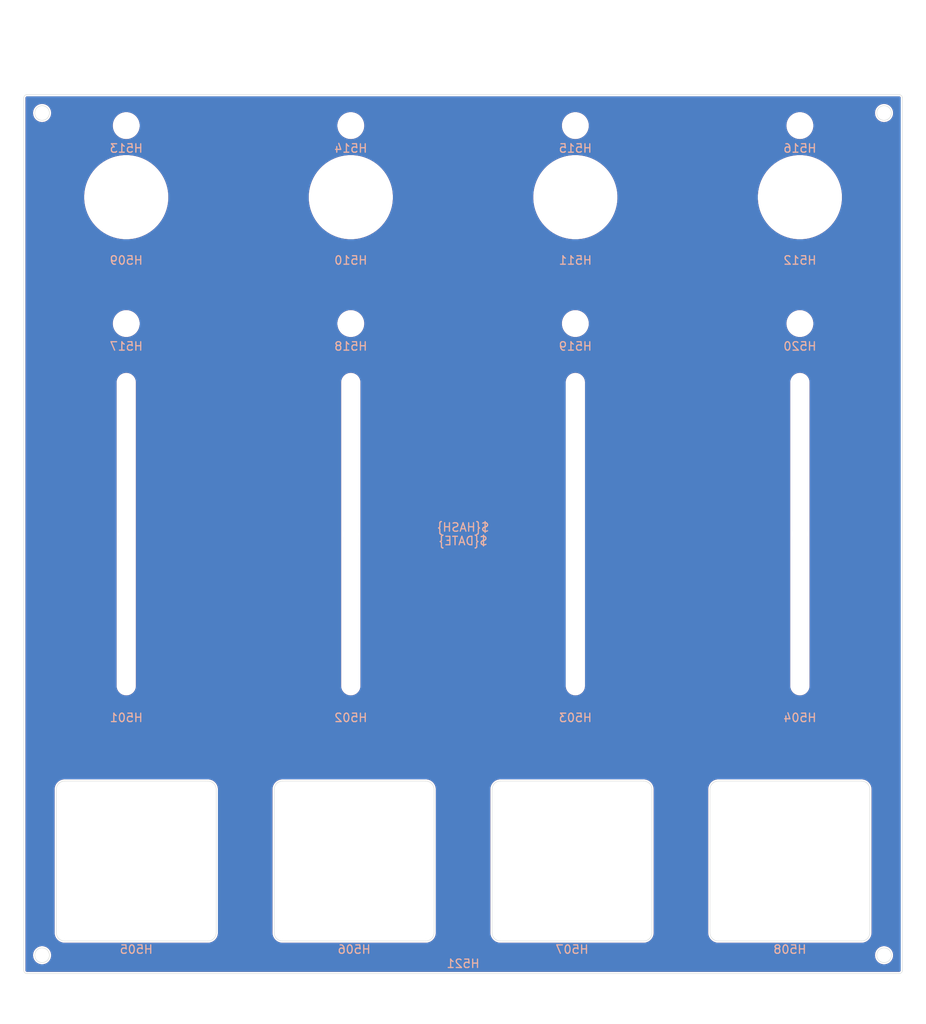
<source format=kicad_pcb>
(kicad_pcb (version 20240108) (generator "pcbnew") (generator_version "8.0")
  (layers (0 "F.Cu" signal) (31 "B.Cu" signal) (34 "B.Paste" user) (35 "F.Paste" user) (36 "B.SilkS" user "B.Silkscreen") (37 "F.SilkS" user "F.Silkscreen") (38 "B.Mask" user) (39 "F.Mask" user) (44 "Edge.Cuts" user))
  (net 0 "")
  (footprint "suku_basics:FP_FADER" (layer "F.Cu") (at 86.665 100)
    (property "Reference" "H502" (at 0 21.8 0) (layer "B.SilkS") (effects (justify mirror)))
    (property "Value" "Fader")
    (pad "" np_thru_hole circle (at 0 0 90) (size 1.5 1.5) (drill oval 38.1 2.1) (layers "F&B.Cu" "*.Mask"))
  )
  (footprint "suku_basics:FP_LED" (layer "F.Cu") (at 113.335 51.495)
    (property "Reference" "H515" (at 0 2.7 0) (layer "B.SilkS") (effects (justify mirror)))
    (property "Value" "LED")
    (pad "" np_thru_hole circle (at 0 0 90) (size 1.5 1.5) (drill 3) (layers "F&B.Cu" "*.Mask"))
  )
  (footprint "suku_basics:FP_LED" (layer "F.Cu") (at 59.995 75)
    (property "Reference" "H517" (at 0 2.7 0) (layer "B.SilkS") (effects (justify mirror)))
    (property "Value" "LED")
    (pad "" np_thru_hole circle (at 0 0 90) (size 1.5 1.5) (drill 3) (layers "F&B.Cu" "*.Mask"))
  )
  (footprint "suku_basics:FP_LED" (layer "F.Cu") (at 59.995 51.495)
    (property "Reference" "H513" (at 0 2.7 0) (layer "B.SilkS") (effects (justify mirror)))
    (property "Value" "LED")
    (pad "" np_thru_hole circle (at 0 0 90) (size 1.5 1.5) (drill 3) (layers "F&B.Cu" "*.Mask"))
  )
  (footprint "suku_basics:FP_BUTTON" (layer "F.Cu") (at 87.061875 138.814375)
    (property "Reference" "H506" (at 0 10.5 0) (layer "B.SilkS") (effects (justify mirror)))
    (property "Value" "Button")
    (fp_line (start -9.5 8.5) (end -9.5 -8.5) (stroke (width 0.05)) (layer "Edge.Cuts"))
    (fp_line (start -8.5 -9.5) (end 8.5 -9.5) (stroke (width 0.05)) (layer "Edge.Cuts"))
    (fp_line (start 8.5 9.5) (end -8.5 9.5) (stroke (width 0.05)) (layer "Edge.Cuts"))
    (fp_line (start 9.5 -8.5) (end 9.5 8.5) (stroke (width 0.05)) (layer "Edge.Cuts"))
    (fp_arc (start -9.5 -8.5) (mid -9.207089 -9.207089) (end -8.5 -9.5) (stroke (width 0.05)) (layer "Edge.Cuts"))
    (fp_arc (start -8.5 9.5) (mid -9.207114 9.207114) (end -9.5 8.5) (stroke (width 0.05)) (layer "Edge.Cuts"))
    (fp_arc (start 8.5 -9.5) (mid 9.207107 -9.207107) (end 9.5 -8.5) (stroke (width 0.05)) (layer "Edge.Cuts"))
    (fp_arc (start 9.5 8.5) (mid 9.207124 9.207124) (end 8.5 9.5) (stroke (width 0.05)) (layer "Edge.Cuts"))
  )
  (footprint "suku_basics:FP_OUTLINE" (layer "F.Cu") (at 100 100)
    (property "Reference" "H521" (at 0 51 0) (layer "B.SilkS") (effects (justify mirror)))
    (property "Value" "Outline")
    (fp_line (start -52.175 51.8) (end -52.175 -51.8) (stroke (width 0.05)) (layer "Edge.Cuts"))
    (fp_line (start -51.8 -52.175) (end 51.8 -52.175) (stroke (width 0.05)) (layer "Edge.Cuts"))
    (fp_line (start 51.8 52.175) (end -51.8 52.175) (stroke (width 0.05)) (layer "Edge.Cuts"))
    (fp_line (start 52.175 -51.8) (end 52.175 51.8) (stroke (width 0.05)) (layer "Edge.Cuts"))
    (fp_arc (start -52.175 -51.8) (mid -52.065165 -52.065165) (end -51.8 -52.175) (stroke (width 0.05)) (layer "Edge.Cuts"))
    (fp_arc (start -51.8 52.175) (mid -52.065165 52.065165) (end -52.175 51.8) (stroke (width 0.05)) (layer "Edge.Cuts"))
    (fp_arc (start 51.8 -52.175) (mid 52.065165 -52.065165) (end 52.175 -51.8) (stroke (width 0.05)) (layer "Edge.Cuts"))
    (fp_arc (start 52.175 51.8) (mid 52.065165 52.065165) (end 51.8 52.175) (stroke (width 0.05)) (layer "Edge.Cuts"))
    (fp_circle (center -50 -50) (end -49.125 -50) (stroke (width 0.05)) (fill none) (layer "Edge.Cuts"))
    (fp_circle (center -50 50) (end -49.125 50) (stroke (width 0.05)) (fill none) (layer "Edge.Cuts"))
    (fp_circle (center 50 -50) (end 50.875 -50) (stroke (width 0.05)) (fill none) (layer "Edge.Cuts"))
    (fp_circle (center 50 50) (end 50.875 50) (stroke (width 0.05)) (fill none) (layer "Edge.Cuts"))
  )
  (footprint "suku_basics:FP_POTENTIOMETER" (layer "F.Cu") (at 59.995 59.995)
    (property "Reference" "H509" (at 0 7.5 0) (layer "B.SilkS") (effects (justify mirror)))
    (property "Value" "Potentiometer")
    (pad "" np_thru_hole circle (at 0 0 90) (size 1.5 1.5) (drill 9.8) (layers "F&B.Cu" "*.Mask"))
  )
  (footprint "suku_basics:FP_BUTTON" (layer "F.Cu") (at 112.938125 138.814375)
    (property "Reference" "H507" (at 0 10.5 0) (layer "B.SilkS") (effects (justify mirror)))
    (property "Value" "Button")
    (fp_line (start -9.5 8.5) (end -9.5 -8.5) (stroke (width 0.05)) (layer "Edge.Cuts"))
    (fp_line (start -8.5 -9.5) (end 8.5 -9.5) (stroke (width 0.05)) (layer "Edge.Cuts"))
    (fp_line (start 8.5 9.5) (end -8.5 9.5) (stroke (width 0.05)) (layer "Edge.Cuts"))
    (fp_line (start 9.5 -8.5) (end 9.5 8.5) (stroke (width 0.05)) (layer "Edge.Cuts"))
    (fp_arc (start -9.5 -8.5) (mid -9.207089 -9.207089) (end -8.5 -9.5) (stroke (width 0.05)) (layer "Edge.Cuts"))
    (fp_arc (start -8.5 9.5) (mid -9.207114 9.207114) (end -9.5 8.5) (stroke (width 0.05)) (layer "Edge.Cuts"))
    (fp_arc (start 8.5 -9.5) (mid 9.207107 -9.207107) (end 9.5 -8.5) (stroke (width 0.05)) (layer "Edge.Cuts"))
    (fp_arc (start 9.5 8.5) (mid 9.207124 9.207124) (end 8.5 9.5) (stroke (width 0.05)) (layer "Edge.Cuts"))
  )
  (footprint "suku_basics:FP_LED" (layer "F.Cu") (at 140.005 75)
    (property "Reference" "H520" (at 0 2.7 0) (layer "B.SilkS") (effects (justify mirror)))
    (property "Value" "LED")
    (pad "" np_thru_hole circle (at 0 0 90) (size 1.5 1.5) (drill 3) (layers "F&B.Cu" "*.Mask"))
  )
  (footprint "suku_basics:FP_BUTTON" (layer "F.Cu") (at 61.185625 138.814375)
    (property "Reference" "H505" (at 0 10.5 0) (layer "B.SilkS") (effects (justify mirror)))
    (property "Value" "Button")
    (fp_line (start -9.5 8.5) (end -9.5 -8.5) (stroke (width 0.05)) (layer "Edge.Cuts"))
    (fp_line (start -8.5 -9.5) (end 8.5 -9.5) (stroke (width 0.05)) (layer "Edge.Cuts"))
    (fp_line (start 8.5 9.5) (end -8.5 9.5) (stroke (width 0.05)) (layer "Edge.Cuts"))
    (fp_line (start 9.5 -8.5) (end 9.5 8.5) (stroke (width 0.05)) (layer "Edge.Cuts"))
    (fp_arc (start -9.5 -8.5) (mid -9.207089 -9.207089) (end -8.5 -9.5) (stroke (width 0.05)) (layer "Edge.Cuts"))
    (fp_arc (start -8.5 9.5) (mid -9.207114 9.207114) (end -9.5 8.5) (stroke (width 0.05)) (layer "Edge.Cuts"))
    (fp_arc (start 8.5 -9.5) (mid 9.207107 -9.207107) (end 9.5 -8.5) (stroke (width 0.05)) (layer "Edge.Cuts"))
    (fp_arc (start 9.5 8.5) (mid 9.207124 9.207124) (end 8.5 9.5) (stroke (width 0.05)) (layer "Edge.Cuts"))
  )
  (footprint "suku_basics:FP_POTENTIOMETER" (layer "F.Cu") (at 86.665 59.995)
    (property "Reference" "H510" (at 0 7.5 0) (layer "B.SilkS") (effects (justify mirror)))
    (property "Value" "Potentiometer")
    (pad "" np_thru_hole circle (at 0 0 90) (size 1.5 1.5) (drill 9.8) (layers "F&B.Cu" "*.Mask"))
  )
  (footprint "suku_basics:FP_LED" (layer "F.Cu") (at 86.665 75)
    (property "Reference" "H518" (at 0 2.7 0) (layer "B.SilkS") (effects (justify mirror)))
    (property "Value" "LED")
    (pad "" np_thru_hole circle (at 0 0 90) (size 1.5 1.5) (drill 3) (layers "F&B.Cu" "*.Mask"))
  )
  (footprint "suku_basics:FP_FADER" (layer "F.Cu") (at 59.995 100)
    (property "Reference" "H501" (at 0 21.8 0) (layer "B.SilkS") (effects (justify mirror)))
    (property "Value" "Fader")
    (pad "" np_thru_hole circle (at 0 0 90) (size 1.5 1.5) (drill oval 38.1 2.1) (layers "F&B.Cu" "*.Mask"))
  )
  (footprint "suku_basics:FP_POTENTIOMETER" (layer "F.Cu") (at 113.335 59.995)
    (property "Reference" "H511" (at 0 7.5 0) (layer "B.SilkS") (effects (justify mirror)))
    (property "Value" "Potentiometer")
    (pad "" np_thru_hole circle (at 0 0 90) (size 1.5 1.5) (drill 9.8) (layers "F&B.Cu" "*.Mask"))
  )
  (footprint "suku_basics:FP_BUTTON" (layer "F.Cu") (at 138.814375 138.814375)
    (property "Reference" "H508" (at 0 10.5 0) (layer "B.SilkS") (effects (justify mirror)))
    (property "Value" "Button")
    (fp_line (start -9.5 8.5) (end -9.5 -8.5) (stroke (width 0.05)) (layer "Edge.Cuts"))
    (fp_line (start -8.5 -9.5) (end 8.5 -9.5) (stroke (width 0.05)) (layer "Edge.Cuts"))
    (fp_line (start 8.5 9.5) (end -8.5 9.5) (stroke (width 0.05)) (layer "Edge.Cuts"))
    (fp_line (start 9.5 -8.5) (end 9.5 8.5) (stroke (width 0.05)) (layer "Edge.Cuts"))
    (fp_arc (start -9.5 -8.5) (mid -9.207089 -9.207089) (end -8.5 -9.5) (stroke (width 0.05)) (layer "Edge.Cuts"))
    (fp_arc (start -8.5 9.5) (mid -9.207114 9.207114) (end -9.5 8.5) (stroke (width 0.05)) (layer "Edge.Cuts"))
    (fp_arc (start 8.5 -9.5) (mid 9.207107 -9.207107) (end 9.5 -8.5) (stroke (width 0.05)) (layer "Edge.Cuts"))
    (fp_arc (start 9.5 8.5) (mid 9.207124 9.207124) (end 8.5 9.5) (stroke (width 0.05)) (layer "Edge.Cuts"))
  )
  (footprint "suku_basics:FP_LED" (layer "F.Cu") (at 86.665 51.495)
    (property "Reference" "H514" (at 0 2.7 0) (layer "B.SilkS") (effects (justify mirror)))
    (property "Value" "LED")
    (pad "" np_thru_hole circle (at 0 0 90) (size 1.5 1.5) (drill 3) (layers "F&B.Cu" "*.Mask"))
  )
  (footprint "suku_basics:FP_FADER" (layer "F.Cu") (at 140.005 100)
    (property "Reference" "H504" (at 0 21.8 0) (layer "B.SilkS") (effects (justify mirror)))
    (property "Value" "Fader")
    (pad "" np_thru_hole circle (at 0 0 90) (size 1.5 1.5) (drill oval 38.1 2.1) (layers "F&B.Cu" "*.Mask"))
  )
  (footprint "suku_basics:FP_POTENTIOMETER" (layer "F.Cu") (at 140.005 59.995)
    (property "Reference" "H512" (at 0 7.5 0) (layer "B.SilkS") (effects (justify mirror)))
    (property "Value" "Potentiometer")
    (pad "" np_thru_hole circle (at 0 0 90) (size 1.5 1.5) (drill 9.8) (layers "F&B.Cu" "*.Mask"))
  )
  (footprint "suku_basics:FP_LED" (layer "F.Cu") (at 113.335 75)
    (property "Reference" "H519" (at 0 2.7 0) (layer "B.SilkS") (effects (justify mirror)))
    (property "Value" "LED")
    (pad "" np_thru_hole circle (at 0 0 90) (size 1.5 1.5) (drill 3) (layers "F&B.Cu" "*.Mask"))
  )
  (footprint "suku_basics:FP_FADER" (layer "F.Cu") (at 113.335 100)
    (property "Reference" "H503" (at 0 21.8 0) (layer "B.SilkS") (effects (justify mirror)))
    (property "Value" "Fader")
    (pad "" np_thru_hole circle (at 0 0 90) (size 1.5 1.5) (drill oval 38.1 2.1) (layers "F&B.Cu" "*.Mask"))
  )
  (footprint "suku_basics:FP_LED" (layer "F.Cu") (at 140.005 51.495)
    (property "Reference" "H516" (at 0 2.7 0) (layer "B.SilkS") (effects (justify mirror)))
    (property "Value" "LED")
    (pad "" np_thru_hole circle (at 0 0 90) (size 1.5 1.5) (drill 3) (layers "F&B.Cu" "*.Mask"))
  )
  (gr_text "${HASH}\n${DATE}" (at 100 100 0) (layer "B.SilkS") (effects (font (size 1 1)) (justify mirror)))
  (zone (net 0) (net_name "") (layer "F.Cu") (connect_pads (clearance 0.254)) (min_thickness 0.1524) (fill yes (mode hatch) (thermal_gap 0.508) (thermal_bridge_width 0.254) (island_removal_mode 1) (island_area_min 10) (hatch_thickness 0.25) (hatch_gap 0.45) (hatch_orientation 45) (hatch_border_algorithm hatch_thickness) (hatch_min_hole_area 0.3))
    (polygon (pts (xy 45 45) (xy 46 41) (xy 48 41) (xy 49 45) (xy 155 45) (xy 155 155) (xy 45 155)))
  )
  (zone (net 0) (net_name "") (layer "B.Cu") (connect_pads (clearance 0.254)) (min_thickness 0.1524) (fill yes (thermal_gap 0.508) (thermal_bridge_width 0.254) (island_removal_mode 2) (island_area_min 10))
    (polygon (pts (xy 45 45) (xy 54 45) (xy 55 41) (xy 57 41) (xy 58 45) (xy 155 45) (xy 155 155) (xy 45 155)))
  )
)
</source>
